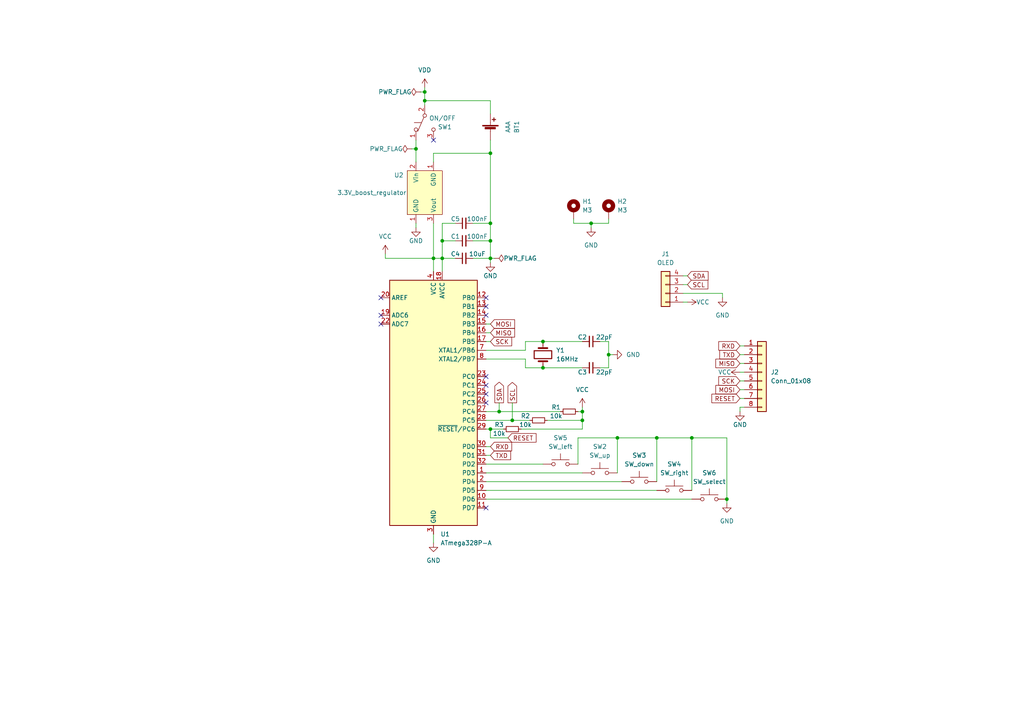
<source format=kicad_sch>
(kicad_sch (version 20211123) (generator eeschema)
  (paper "A4")
  (lib_symbols
    (symbol "Connector_Generic:Conn_01x04" (pin_names (offset 1.016) hide)
      (property "Reference" "J" (at 0 5.08 0))
      (property "Value" "Conn_01x04" (at 0 -7.62 0))
      (symbol "Conn_01x04_1_1"
        (rectangle (start -1.27 -4.953) (end 0 -5.207) (stroke (width 0.1524)))
        (rectangle (start -1.27 -2.413) (end 0 -2.667) (stroke (width 0.1524)))
        (rectangle (start -1.27 0.127) (end 0 -0.127) (stroke (width 0.1524)))
        (rectangle (start -1.27 2.667) (end 0 2.413) (stroke (width 0.1524)))
        (rectangle (start -1.27 3.81) (end 1.27 -6.35) (stroke (width 0.254)) (fill (type background)))
        (pin passive line (at -5.08 2.54 0) (length 3.81) (name "Pin_1") (number "1"))
        (pin passive line (at -5.08 0 0) (length 3.81) (name "Pin_2") (number "2"))
        (pin passive line (at -5.08 -2.54 0) (length 3.81) (name "Pin_3") (number "3"))
        (pin passive line (at -5.08 -5.08 0) (length 3.81) (name "Pin_4") (number "4"))
      )
    )
    (symbol "Connector_Generic:Conn_01x08" (pin_names (offset 1.016) hide)
      (property "Reference" "J" (at 0 10.16 0))
      (property "Value" "Conn_01x08" (at 0 -12.7 0))
      (symbol "Conn_01x08_1_1"
        (rectangle (start -1.27 -10.033) (end 0 -10.287) (stroke (width 0.1524)))
        (rectangle (start -1.27 -7.493) (end 0 -7.747) (stroke (width 0.1524)))
        (rectangle (start -1.27 -4.953) (end 0 -5.207) (stroke (width 0.1524)))
        (rectangle (start -1.27 -2.413) (end 0 -2.667) (stroke (width 0.1524)))
        (rectangle (start -1.27 0.127) (end 0 -0.127) (stroke (width 0.1524)))
        (rectangle (start -1.27 2.667) (end 0 2.413) (stroke (width 0.1524)))
        (rectangle (start -1.27 5.207) (end 0 4.953) (stroke (width 0.1524)))
        (rectangle (start -1.27 7.747) (end 0 7.493) (stroke (width 0.1524)))
        (rectangle (start -1.27 8.89) (end 1.27 -11.43) (stroke (width 0.254)) (fill (type background)))
        (pin passive line (at -5.08 7.62 0) (length 3.81) (name "Pin_1") (number "1"))
        (pin passive line (at -5.08 5.08 0) (length 3.81) (name "Pin_2") (number "2"))
        (pin passive line (at -5.08 2.54 0) (length 3.81) (name "Pin_3") (number "3"))
        (pin passive line (at -5.08 0 0) (length 3.81) (name "Pin_4") (number "4"))
        (pin passive line (at -5.08 -2.54 0) (length 3.81) (name "Pin_5") (number "5"))
        (pin passive line (at -5.08 -5.08 0) (length 3.81) (name "Pin_6") (number "6"))
        (pin passive line (at -5.08 -7.62 0) (length 3.81) (name "Pin_7") (number "7"))
        (pin passive line (at -5.08 -10.16 0) (length 3.81) (name "Pin_8") (number "8"))
      )
    )
    (symbol "Device:Battery_Cell" (pin_numbers hide) (pin_names (offset 0) hide)
      (property "Reference" "BT" (at 2.54 2.54 0))
      (property "Value" "Battery_Cell" (at 2.54 0 0))
      (symbol "Battery_Cell_0_1"
        (rectangle (start -2.286 1.778) (end 2.286 1.524) (fill (type outline)))
        (rectangle (start -1.5748 1.1938) (end 1.4732 0.6858) (fill (type outline)))
        (polyline (pts (xy 0 0.762) (xy 0 0)))
        (polyline (pts (xy 0 1.778) (xy 0 2.54)))
        (polyline (pts (xy 0.508 3.429) (xy 1.524 3.429)) (stroke (width 0.254)))
        (polyline (pts (xy 1.016 3.937) (xy 1.016 2.921)) (stroke (width 0.254)))
      )
      (symbol "Battery_Cell_1_1"
        (pin passive line (at 0 5.08 270) (length 2.54) (name "+") (number "1"))
        (pin passive line (at 0 -2.54 90) (length 2.54) (name "-") (number "2"))
      )
    )
    (symbol "Device:C_Small" (pin_numbers hide) (pin_names (offset 0.254) hide)
      (property "Reference" "C" (at 0.254 1.778 0))
      (property "Value" "C_Small" (at 0.254 -2.032 0))
      (symbol "C_Small_0_1"
        (polyline (pts (xy -1.524 -0.508) (xy 1.524 -0.508)) (stroke (width 0.3302)))
        (polyline (pts (xy -1.524 0.508) (xy 1.524 0.508)) (stroke (width 0.3048)))
      )
      (symbol "C_Small_1_1"
        (pin passive line (at 0 2.54 270) (length 2.032) (name "~") (number "1"))
        (pin passive line (at 0 -2.54 90) (length 2.032) (name "~") (number "2"))
      )
    )
    (symbol "Device:Crystal" (pin_numbers hide) (pin_names (offset 1.016) hide)
      (property "Reference" "Y" (at 0 3.81 0))
      (property "Value" "Crystal" (at 0 -3.81 0))
      (symbol "Crystal_0_1"
        (rectangle (start -1.143 2.54) (end 1.143 -2.54) (stroke (width 0.3048)))
        (polyline (pts (xy -2.54 0) (xy -1.905 0)))
        (polyline (pts (xy -1.905 -1.27) (xy -1.905 1.27)) (stroke (width 0.508)))
        (polyline (pts (xy 1.905 -1.27) (xy 1.905 1.27)) (stroke (width 0.508)))
        (polyline (pts (xy 2.54 0) (xy 1.905 0)))
      )
      (symbol "Crystal_1_1"
        (pin passive line (at -3.81 0 0) (length 1.27) (name "1") (number "1"))
        (pin passive line (at 3.81 0 180) (length 1.27) (name "2") (number "2"))
      )
    )
    (symbol "Device:R_Small" (pin_numbers hide) (pin_names (offset 0.254) hide)
      (property "Reference" "R" (at 0.762 0.508 0))
      (property "Value" "R_Small" (at 0.762 -1.016 0))
      (symbol "R_Small_0_1"
        (rectangle (start -0.762 1.778) (end 0.762 -1.778) (stroke (width 0.2032)))
      )
      (symbol "R_Small_1_1"
        (pin passive line (at 0 2.54 270) (length 0.762) (name "~") (number "1"))
        (pin passive line (at 0 -2.54 90) (length 0.762) (name "~") (number "2"))
      )
    )
    (symbol "GameBox:3.3V_boost_regulator"
      (property "Reference" "U" (at -5.08 10.16 0))
      (property "Value" "3.3V_boost_regulator" (at 0 7.62 0))
      (symbol "3.3V_boost_regulator_0_1"
        (rectangle (start -6.35 5.08) (end 6.35 -5.08) (fill (type background)))
      )
      (symbol "3.3V_boost_regulator_1_1"
        (pin power_in line (at -8.89 2.54 0) (length 2.54) (name "GND") (number "1"))
        (pin power_in line (at 8.89 -2.54 180) (length 2.54) (name "GND") (number "1"))
        (pin power_in line (at -8.89 -2.54 0) (length 2.54) (name "Vin") (number "2"))
        (pin power_out line (at 8.89 2.54 180) (length 2.54) (name "Vout") (number "3"))
      )
    )
    (symbol "MCU_Microchip_ATmega:ATmega328P-A"
      (property "Reference" "U" (at -12.7 36.83 0))
      (property "Value" "ATmega328P-A" (at 2.54 -36.83 0))
      (symbol "ATmega328P-A_0_1"
        (rectangle (start -12.7 -35.56) (end 12.7 35.56) (stroke (width 0.254)) (fill (type background)))
      )
      (symbol "ATmega328P-A_1_1"
        (pin bidirectional line (at 15.24 -20.32 180) (length 2.54) (name "PD3") (number "1"))
        (pin bidirectional line (at 15.24 -27.94 180) (length 2.54) (name "PD6") (number "10"))
        (pin bidirectional line (at 15.24 -30.48 180) (length 2.54) (name "PD7") (number "11"))
        (pin bidirectional line (at 15.24 30.48 180) (length 2.54) (name "PB0") (number "12"))
        (pin bidirectional line (at 15.24 27.94 180) (length 2.54) (name "PB1") (number "13"))
        (pin bidirectional line (at 15.24 25.4 180) (length 2.54) (name "PB2") (number "14"))
        (pin bidirectional line (at 15.24 22.86 180) (length 2.54) (name "PB3") (number "15"))
        (pin bidirectional line (at 15.24 20.32 180) (length 2.54) (name "PB4") (number "16"))
        (pin bidirectional line (at 15.24 17.78 180) (length 2.54) (name "PB5") (number "17"))
        (pin power_in line (at 2.54 38.1 270) (length 2.54) (name "AVCC") (number "18"))
        (pin input line (at -15.24 25.4 0) (length 2.54) (name "ADC6") (number "19"))
        (pin bidirectional line (at 15.24 -22.86 180) (length 2.54) (name "PD4") (number "2"))
        (pin passive line (at -15.24 30.48 0) (length 2.54) (name "AREF") (number "20"))
        (pin passive line (at 0 -38.1 90) (length 2.54) hide (name "GND") (number "21"))
        (pin input line (at -15.24 22.86 0) (length 2.54) (name "ADC7") (number "22"))
        (pin bidirectional line (at 15.24 7.62 180) (length 2.54) (name "PC0") (number "23"))
        (pin bidirectional line (at 15.24 5.08 180) (length 2.54) (name "PC1") (number "24"))
        (pin bidirectional line (at 15.24 2.54 180) (length 2.54) (name "PC2") (number "25"))
        (pin bidirectional line (at 15.24 0 180) (length 2.54) (name "PC3") (number "26"))
        (pin bidirectional line (at 15.24 -2.54 180) (length 2.54) (name "PC4") (number "27"))
        (pin bidirectional line (at 15.24 -5.08 180) (length 2.54) (name "PC5") (number "28"))
        (pin bidirectional line (at 15.24 -7.62 180) (length 2.54) (name "~{RESET}/PC6") (number "29"))
        (pin power_in line (at 0 -38.1 90) (length 2.54) (name "GND") (number "3"))
        (pin bidirectional line (at 15.24 -12.7 180) (length 2.54) (name "PD0") (number "30"))
        (pin bidirectional line (at 15.24 -15.24 180) (length 2.54) (name "PD1") (number "31"))
        (pin bidirectional line (at 15.24 -17.78 180) (length 2.54) (name "PD2") (number "32"))
        (pin power_in line (at 0 38.1 270) (length 2.54) (name "VCC") (number "4"))
        (pin passive line (at 0 -38.1 90) (length 2.54) hide (name "GND") (number "5"))
        (pin passive line (at 0 38.1 270) (length 2.54) hide (name "VCC") (number "6"))
        (pin bidirectional line (at 15.24 15.24 180) (length 2.54) (name "XTAL1/PB6") (number "7"))
        (pin bidirectional line (at 15.24 12.7 180) (length 2.54) (name "XTAL2/PB7") (number "8"))
        (pin bidirectional line (at 15.24 -25.4 180) (length 2.54) (name "PD5") (number "9"))
      )
    )
    (symbol "Mechanical:MountingHole_Pad" (pin_numbers hide) (pin_names (offset 1.016) hide)
      (property "Reference" "H" (at 0 6.35 0))
      (property "Value" "MountingHole_Pad" (at 0 4.445 0))
      (symbol "MountingHole_Pad_0_1"
        (circle (center 0 1.27) (radius 1.27) (stroke (width 1.27)))
      )
      (symbol "MountingHole_Pad_1_1"
        (pin input line (at 0 -2.54 90) (length 2.54) (name "1") (number "1"))
      )
    )
    (symbol "Switch:SW_Push" (pin_numbers hide) (pin_names (offset 1.016) hide)
      (property "Reference" "SW" (at 1.27 2.54 0))
      (property "Value" "SW_Push" (at 0 -1.524 0))
      (symbol "SW_Push_0_1"
        (circle (center -2.032 0) (radius 0.508))
        (polyline (pts (xy 0 1.27) (xy 0 3.048)))
        (polyline (pts (xy 2.54 1.27) (xy -2.54 1.27)))
        (circle (center 2.032 0) (radius 0.508))
        (pin passive line (at -5.08 0 0) (length 2.54) (name "1") (number "1"))
        (pin passive line (at 5.08 0 180) (length 2.54) (name "2") (number "2"))
      )
    )
    (symbol "Switch:SW_Push_SPDT" (pin_names (offset 0) hide)
      (property "Reference" "SW" (at 0 4.318 0))
      (property "Value" "SW_Push_SPDT" (at 0 -5.08 0))
      (symbol "SW_Push_SPDT_0_0"
        (circle (center -2.032 0) (radius 0.508))
        (polyline (pts (xy 0 1.016) (xy 0 3.048)))
        (circle (center 2.032 -2.54) (radius 0.508))
      )
      (symbol "SW_Push_SPDT_0_1"
        (polyline (pts (xy -1.524 0.254) (xy 2.54 2.032)))
        (circle (center 2.032 2.54) (radius 0.508))
      )
      (symbol "SW_Push_SPDT_1_1"
        (pin passive line (at 5.08 2.54 180) (length 2.54) (name "A") (number "1"))
        (pin passive line (at -5.08 0 0) (length 2.54) (name "B") (number "2"))
        (pin passive line (at 5.08 -2.54 180) (length 2.54) (name "C") (number "3"))
      )
    )
    (symbol "power:GND" (power) (pin_names (offset 0))
      (property "Value" "GND" (at 0 -3.81 0))
      (symbol "GND_0_1"
        (polyline (pts (xy 0 0) (xy 0 -1.27) (xy 1.27 -1.27) (xy 0 -2.54) (xy -1.27 -1.27) (xy 0 -1.27)))
      )
      (symbol "GND_1_1"
        (pin power_in line (at 0 0 270) (length 0) hide (name "GND") (number "1"))
      )
    )
    (symbol "power:PWR_FLAG" (power) (pin_numbers hide) (pin_names (offset 0) hide)
      (property "Value" "PWR_FLAG" (at 0 3.81 0))
      (symbol "PWR_FLAG_0_0"
        (pin power_out line (at 0 0 90) (length 0) (name "pwr") (number "1"))
      )
      (symbol "PWR_FLAG_0_1"
        (polyline (pts (xy 0 0) (xy 0 1.27) (xy -1.016 1.905) (xy 0 2.54) (xy 1.016 1.905) (xy 0 1.27)))
      )
    )
    (symbol "power:VCC" (power) (pin_names (offset 0))
      (property "Value" "VCC" (at 0 3.81 0))
      (symbol "VCC_0_1"
        (polyline (pts (xy -0.762 1.27) (xy 0 2.54)))
        (polyline (pts (xy 0 0) (xy 0 2.54)))
        (polyline (pts (xy 0 2.54) (xy 0.762 1.27)))
      )
      (symbol "VCC_1_1"
        (pin power_in line (at 0 0 90) (length 0) hide (name "VCC") (number "1"))
      )
    )
    (symbol "power:VDD" (power) (pin_names (offset 0))
      (property "Value" "VDD" (at 0 3.81 0))
      (symbol "VDD_0_1"
        (polyline (pts (xy -0.762 1.27) (xy 0 2.54)))
        (polyline (pts (xy 0 0) (xy 0 2.54)))
        (polyline (pts (xy 0 2.54) (xy 0.762 1.27)))
      )
      (symbol "VDD_1_1"
        (pin power_in line (at 0 0 90) (length 0) hide (name "VDD") (number "1"))
      )
    )
  )
  (junction (at 142.24 64.77))
  (junction (at 157.48 106.68))
  (junction (at 142.24 124.46))
  (junction (at 171.45 64.77))
  (junction (at 128.27 74.93))
  (junction (at 148.59 121.92))
  (junction (at 200.66 127))
  (junction (at 144.78 119.38))
  (junction (at 210.82 144.78))
  (junction (at 157.48 99.06))
  (junction (at 120.65 43.18))
  (junction (at 128.27 69.85))
  (junction (at 176.53 102.87))
  (junction (at 168.91 119.38))
  (junction (at 190.5 127))
  (junction (at 125.73 74.93))
  (junction (at 179.07 127))
  (junction (at 142.24 44.45))
  (junction (at 123.19 29.21))
  (junction (at 123.19 26.67))
  (junction (at 142.24 69.85))
  (junction (at 142.24 74.93))
  (junction (at 168.91 121.92))
  (no_connect (at 110.49 93.98))
  (no_connect (at 110.49 91.44))
  (no_connect (at 125.73 40.64))
  (no_connect (at 110.49 86.36))
  (no_connect (at 140.97 147.32))
  (no_connect (at 140.97 109.22))
  (no_connect (at 140.97 86.36))
  (no_connect (at 140.97 91.44))
  (no_connect (at 140.97 88.9))
  (no_connect (at 140.97 111.76))
  (no_connect (at 140.97 116.84))
  (no_connect (at 140.97 114.3))
  (wire (pts (xy 128.27 64.77) (xy 128.27 69.85)))
  (wire (pts (xy 123.19 26.67) (xy 123.19 29.21)))
  (wire (pts (xy 128.27 69.85) (xy 128.27 74.93)))
  (wire (pts (xy 176.53 102.87) (xy 177.8 102.87)))
  (wire (pts (xy 125.73 44.45) (xy 142.24 44.45)))
  (wire (pts (xy 214.63 115.57) (xy 215.9 115.57)))
  (wire (pts (xy 142.24 29.21) (xy 142.24 33.02)))
  (wire (pts (xy 176.53 63.5) (xy 176.53 64.77)))
  (wire (pts (xy 210.82 127) (xy 200.66 127)))
  (wire (pts (xy 120.65 40.64) (xy 120.65 43.18)))
  (wire (pts (xy 152.4 104.14) (xy 152.4 106.68)))
  (wire (pts (xy 151.13 124.46) (xy 168.91 124.46)))
  (wire (pts (xy 140.97 99.06) (xy 142.24 99.06)))
  (wire (pts (xy 200.66 127) (xy 200.66 142.24)))
  (wire (pts (xy 120.65 64.77) (xy 120.65 66.04)))
  (wire (pts (xy 111.76 73.66) (xy 111.76 74.93)))
  (wire (pts (xy 140.97 144.78) (xy 200.66 144.78)))
  (wire (pts (xy 214.63 113.03) (xy 215.9 113.03)))
  (wire (pts (xy 140.97 137.16) (xy 168.91 137.16)))
  (wire (pts (xy 198.12 87.63) (xy 199.39 87.63)))
  (wire (pts (xy 140.97 129.54) (xy 142.24 129.54)))
  (wire (pts (xy 125.73 44.45) (xy 125.73 46.99)))
  (wire (pts (xy 137.16 69.85) (xy 142.24 69.85)))
  (wire (pts (xy 140.97 96.52) (xy 142.24 96.52)))
  (wire (pts (xy 120.65 43.18) (xy 120.65 46.99)))
  (wire (pts (xy 168.91 119.38) (xy 168.91 121.92)))
  (wire (pts (xy 128.27 74.93) (xy 132.08 74.93)))
  (wire (pts (xy 210.82 144.78) (xy 210.82 127)))
  (wire (pts (xy 128.27 69.85) (xy 132.08 69.85)))
  (wire (pts (xy 125.73 74.93) (xy 125.73 78.74)))
  (wire (pts (xy 148.59 121.92) (xy 153.67 121.92)))
  (wire (pts (xy 125.73 64.77) (xy 125.73 74.93)))
  (wire (pts (xy 148.59 116.84) (xy 148.59 121.92)))
  (wire (pts (xy 137.16 64.77) (xy 142.24 64.77)))
  (wire (pts (xy 111.76 74.93) (xy 125.73 74.93)))
  (wire (pts (xy 142.24 127) (xy 147.32 127)))
  (wire (pts (xy 176.53 102.87) (xy 176.53 99.06)))
  (wire (pts (xy 167.64 127) (xy 179.07 127)))
  (wire (pts (xy 140.97 132.08) (xy 142.24 132.08)))
  (wire (pts (xy 179.07 127) (xy 179.07 137.16)))
  (wire (pts (xy 198.12 80.01) (xy 199.39 80.01)))
  (wire (pts (xy 123.19 29.21) (xy 142.24 29.21)))
  (wire (pts (xy 142.24 124.46) (xy 146.05 124.46)))
  (wire (pts (xy 140.97 93.98) (xy 142.24 93.98)))
  (wire (pts (xy 119.38 43.18) (xy 120.65 43.18)))
  (wire (pts (xy 158.75 121.92) (xy 168.91 121.92)))
  (wire (pts (xy 157.48 106.68) (xy 168.91 106.68)))
  (wire (pts (xy 210.82 144.78) (xy 210.82 146.05)))
  (wire (pts (xy 144.78 119.38) (xy 144.78 116.84)))
  (wire (pts (xy 198.12 85.09) (xy 209.55 85.09)))
  (wire (pts (xy 168.91 118.11) (xy 168.91 119.38)))
  (wire (pts (xy 209.55 85.09) (xy 209.55 86.36)))
  (wire (pts (xy 125.73 74.93) (xy 128.27 74.93)))
  (wire (pts (xy 123.19 29.21) (xy 123.19 30.48)))
  (wire (pts (xy 140.97 139.7) (xy 180.34 139.7)))
  (wire (pts (xy 190.5 127) (xy 200.66 127)))
  (wire (pts (xy 166.37 64.77) (xy 166.37 63.5)))
  (wire (pts (xy 176.53 99.06) (xy 173.99 99.06)))
  (wire (pts (xy 142.24 40.64) (xy 142.24 44.45)))
  (wire (pts (xy 140.97 119.38) (xy 144.78 119.38)))
  (wire (pts (xy 190.5 127) (xy 190.5 139.7)))
  (wire (pts (xy 144.78 119.38) (xy 162.56 119.38)))
  (wire (pts (xy 214.63 105.41) (xy 215.9 105.41)))
  (wire (pts (xy 167.64 134.62) (xy 167.64 127)))
  (wire (pts (xy 214.63 118.11) (xy 215.9 118.11)))
  (wire (pts (xy 140.97 124.46) (xy 142.24 124.46)))
  (wire (pts (xy 140.97 142.24) (xy 190.5 142.24)))
  (wire (pts (xy 152.4 99.06) (xy 157.48 99.06)))
  (wire (pts (xy 140.97 104.14) (xy 152.4 104.14)))
  (wire (pts (xy 176.53 106.68) (xy 176.53 102.87)))
  (wire (pts (xy 142.24 74.93) (xy 143.51 74.93)))
  (wire (pts (xy 171.45 64.77) (xy 166.37 64.77)))
  (wire (pts (xy 152.4 106.68) (xy 157.48 106.68)))
  (wire (pts (xy 176.53 64.77) (xy 171.45 64.77)))
  (wire (pts (xy 125.73 154.94) (xy 125.73 157.48)))
  (wire (pts (xy 168.91 121.92) (xy 168.91 124.46)))
  (wire (pts (xy 214.63 119.38) (xy 214.63 118.11)))
  (wire (pts (xy 128.27 74.93) (xy 128.27 78.74)))
  (wire (pts (xy 142.24 124.46) (xy 142.24 127)))
  (wire (pts (xy 140.97 134.62) (xy 157.48 134.62)))
  (wire (pts (xy 123.19 25.4) (xy 123.19 26.67)))
  (wire (pts (xy 142.24 64.77) (xy 142.24 69.85)))
  (wire (pts (xy 171.45 64.77) (xy 171.45 66.04)))
  (wire (pts (xy 198.12 82.55) (xy 199.39 82.55)))
  (wire (pts (xy 157.48 99.06) (xy 168.91 99.06)))
  (wire (pts (xy 142.24 44.45) (xy 142.24 64.77)))
  (wire (pts (xy 214.63 110.49) (xy 215.9 110.49)))
  (wire (pts (xy 128.27 64.77) (xy 132.08 64.77)))
  (wire (pts (xy 137.16 74.93) (xy 142.24 74.93)))
  (wire (pts (xy 142.24 69.85) (xy 142.24 74.93)))
  (wire (pts (xy 140.97 121.92) (xy 148.59 121.92)))
  (wire (pts (xy 214.63 107.95) (xy 215.9 107.95)))
  (wire (pts (xy 168.91 119.38) (xy 167.64 119.38)))
  (wire (pts (xy 152.4 101.6) (xy 152.4 99.06)))
  (wire (pts (xy 142.24 74.93) (xy 142.24 76.2)))
  (wire (pts (xy 140.97 101.6) (xy 152.4 101.6)))
  (wire (pts (xy 214.63 102.87) (xy 215.9 102.87)))
  (wire (pts (xy 179.07 127) (xy 190.5 127)))
  (wire (pts (xy 214.63 100.33) (xy 215.9 100.33)))
  (wire (pts (xy 121.92 26.67) (xy 123.19 26.67)))
  (wire (pts (xy 173.99 106.68) (xy 176.53 106.68)))
  (global_label "RESET" (shape input) (at 147.32 127 0) (property "Intersheet References" "${INTERSHEET_REFS}" (effects hide)))
  (global_label "RXD" (shape input) (at 214.63 100.33 180) (property "Intersheet References" "${INTERSHEET_REFS}" (effects hide)))
  (global_label "MISO" (shape input) (at 214.63 105.41 180) (property "Intersheet References" "${INTERSHEET_REFS}" (effects hide)))
  (global_label "SCK" (shape input) (at 214.63 110.49 180) (property "Intersheet References" "${INTERSHEET_REFS}" (effects hide)))
  (global_label "SCK" (shape input) (at 142.24 99.06 0) (property "Intersheet References" "${INTERSHEET_REFS}" (effects hide)))
  (global_label "MISO" (shape input) (at 142.24 96.52 0) (property "Intersheet References" "${INTERSHEET_REFS}" (effects hide)))
  (global_label "SDA" (shape output) (at 144.78 116.84 90) (property "Intersheet References" "${INTERSHEET_REFS}" (effects hide)))
  (global_label "TXD" (shape input) (at 214.63 102.87 180) (property "Intersheet References" "${INTERSHEET_REFS}" (effects hide)))
  (global_label "TXD" (shape input) (at 142.24 132.08 0) (property "Intersheet References" "${INTERSHEET_REFS}" (effects hide)))
  (global_label "SCL" (shape input) (at 199.39 82.55 0) (property "Intersheet References" "${INTERSHEET_REFS}" (effects hide)))
  (global_label "RESET" (shape input) (at 214.63 115.57 180) (property "Intersheet References" "${INTERSHEET_REFS}" (effects hide)))
  (global_label "SCL" (shape output) (at 148.59 116.84 90) (property "Intersheet References" "${INTERSHEET_REFS}" (effects hide)))
  (global_label "RXD" (shape input) (at 142.24 129.54 0) (property "Intersheet References" "${INTERSHEET_REFS}" (effects hide)))
  (global_label "MOSI" (shape input) (at 142.24 93.98 0) (property "Intersheet References" "${INTERSHEET_REFS}" (effects hide)))
  (global_label "MOSI" (shape input) (at 214.63 113.03 180) (property "Intersheet References" "${INTERSHEET_REFS}" (effects hide)))
  (global_label "SDA" (shape input) (at 199.39 80.01 0) (property "Intersheet References" "${INTERSHEET_REFS}" (effects hide)))
  (symbol (lib_id "power:VCC") (at 199.39 87.63 270) (unit 1)
    (property "Reference" "#PWR06" (effects hide))
    (property "Value" "VCC" (at 201.93 87.63 90) (effects (justify left)))
  )
  (symbol (lib_id "power:VCC") (at 111.76 73.66 0) (unit 1)
    (property "Reference" "#PWR04" (effects hide))
    (property "Value" "VCC" (at 111.76 68.58 0))
  )
  (symbol (lib_id "Switch:SW_Push_SPDT") (at 123.19 35.56 90) (mirror x) (unit 1)
    (property "Reference" "SW1" (at 127 36.8301 90) (effects (justify right)))
    (property "Value" "ON/OFF" (at 124.46 34.29 90) (effects (justify right)))
    (property "Footprint" "GameBox:SS12D10" (effects hide))
  )
  (symbol (lib_id "GameBox:3.3V_boost_regulator") (at 123.19 55.88 270) (unit 1)
    (property "Reference" "U2" (at 114.3 50.8 90) (effects (justify left)))
    (property "Value" "3.3V_boost_regulator" (at 97.79 55.88 90) (effects (justify left)))
    (property "Footprint" "GameBox:3.3V_boost_regulator_castellated" (effects hide))
  )
  (symbol (lib_id "Switch:SW_Push") (at 185.42 139.7 0) (unit 1)
    (property "Reference" "SW3" (at 185.42 132.08 0))
    (property "Value" "SW_down" (at 185.42 134.62 0))
    (property "Footprint" "Button_Switch_THT:SW_PUSH_6mm_H9.5mm" (effects hide))
  )
  (symbol (lib_id "Device:C_Small") (at 134.62 69.85 90) (unit 1)
    (property "Reference" "C1" (at 132.08 68.58 90))
    (property "Value" "100nF" (at 138.43 68.58 90))
    (property "Footprint" "Capacitor_SMD:C_0805_2012Metric_Pad1.18x1.45mm_HandSolder" (effects hide))
  )
  (symbol (lib_id "Device:R_Small") (at 156.21 121.92 270) (unit 1)
    (property "Reference" "R2" (at 152.4 120.65 90))
    (property "Value" "10k" (at 152.4 123.19 90))
    (property "Footprint" "Resistor_SMD:R_0805_2012Metric_Pad1.20x1.40mm_HandSolder" (effects hide))
  )
  (symbol (lib_id "power:VCC") (at 214.63 107.95 90) (unit 1)
    (property "Reference" "#PWR09" (effects hide))
    (property "Value" "VCC" (at 208.28 107.95 90) (effects (justify right)))
  )
  (symbol (lib_id "Device:C_Small") (at 134.62 64.77 90) (unit 1)
    (property "Reference" "C5" (at 132.08 63.5 90))
    (property "Value" "100nF" (at 138.43 63.5 90))
    (property "Footprint" "Capacitor_SMD:C_0805_2012Metric_Pad1.18x1.45mm_HandSolder" (effects hide))
  )
  (symbol (lib_id "Device:R_Small") (at 148.59 124.46 270) (unit 1)
    (property "Reference" "R3" (at 144.78 123.19 90))
    (property "Value" "10k" (at 144.78 125.73 90))
    (property "Footprint" "Resistor_SMD:R_0805_2012Metric_Pad1.20x1.40mm_HandSolder" (effects hide))
  )
  (symbol (lib_id "MCU_Microchip_ATmega:ATmega328P-A") (at 125.73 116.84 0) (unit 1)
    (property "Reference" "U1" (at 127.7494 154.94 0) (effects (justify left)))
    (property "Value" "ATmega328P-A" (at 127.7494 157.48 0) (effects (justify left)))
    (property "Footprint" "Package_QFP:TQFP-32_7x7mm_P0.8mm" (effects hide))
    (property "Datasheet" "http://ww1.microchip.com/downloads/en/DeviceDoc/ATmega328_P%20AVR%20MCU%20with%20picoPower%20Technology%20Data%20Sheet%2040001984A.pdf" (effects hide))
  )
  (symbol (lib_id "Device:R_Small") (at 165.1 119.38 270) (unit 1)
    (property "Reference" "R1" (at 161.29 118.11 90))
    (property "Value" "10k" (at 161.29 120.65 90))
    (property "Footprint" "Resistor_SMD:R_0805_2012Metric_Pad1.20x1.40mm_HandSolder" (effects hide))
  )
  (symbol (lib_id "power:GND") (at 210.82 146.05 0) (unit 1)
    (property "Reference" "#PWR012" (effects hide))
    (property "Value" "GND" (at 210.82 151.13 0))
  )
  (symbol (lib_id "Switch:SW_Push") (at 195.58 142.24 0) (unit 1)
    (property "Reference" "SW4" (at 195.58 134.62 0))
    (property "Value" "SW_right" (at 195.58 137.16 0))
    (property "Footprint" "Button_Switch_THT:SW_PUSH_6mm_H9.5mm" (effects hide))
  )
  (symbol (lib_id "power:GND") (at 171.45 66.04 0) (unit 1)
    (property "Reference" "#PWR03" (effects hide))
    (property "Value" "GND" (at 171.45 71.12 0))
  )
  (symbol (lib_id "power:GND") (at 125.73 157.48 0) (unit 1)
    (property "Reference" "#PWR013" (effects hide))
    (property "Value" "GND" (at 125.73 162.56 0))
  )
  (symbol (lib_id "power:VCC") (at 168.91 118.11 0) (unit 1)
    (property "Reference" "#PWR010" (effects hide))
    (property "Value" "VCC" (at 168.91 113.03 0))
  )
  (symbol (lib_id "power:PWR_FLAG") (at 143.51 74.93 270) (unit 1)
    (property "Reference" "#FLG02" (effects hide))
    (property "Value" "PWR_FLAG" (at 146.05 74.93 90) (effects (justify left)))
  )
  (symbol (lib_id "Device:C_Small") (at 171.45 99.06 270) (unit 1)
    (property "Reference" "C2" (at 168.91 97.79 90))
    (property "Value" "22pF" (at 175.26 97.79 90))
    (property "Footprint" "Capacitor_SMD:C_0805_2012Metric_Pad1.18x1.45mm_HandSolder" (effects hide))
  )
  (symbol (lib_id "Connector_Generic:Conn_01x08") (at 220.98 107.95 0) (unit 1)
    (property "Reference" "J2" (at 223.52 107.9499 0) (effects (justify left)))
    (property "Value" "Conn_01x08" (at 223.52 110.4899 0) (effects (justify left)))
    (property "Footprint" "Connector_PinHeader_2.54mm:PinHeader_2x04_P2.54mm_Vertical" (effects hide))
  )
  (symbol (lib_id "power:GND") (at 214.63 119.38 0) (unit 1)
    (property "Reference" "#PWR011" (effects hide))
    (property "Value" "GND" (at 214.63 123.19 0))
  )
  (symbol (lib_id "Switch:SW_Push") (at 205.74 144.78 0) (unit 1)
    (property "Reference" "SW6" (at 205.74 137.16 0))
    (property "Value" "SW_select" (at 205.74 139.7 0))
    (property "Footprint" "Button_Switch_THT:SW_PUSH_6mm_H9.5mm" (effects hide))
  )
  (symbol (lib_id "Switch:SW_Push") (at 162.56 134.62 0) (unit 1)
    (property "Reference" "SW5" (at 162.56 127 0))
    (property "Value" "SW_left" (at 162.56 129.54 0))
    (property "Footprint" "Button_Switch_THT:SW_PUSH_6mm_H9.5mm" (effects hide))
  )
  (symbol (lib_id "power:GND") (at 142.24 76.2 0) (unit 1)
    (property "Reference" "#PWR05" (effects hide))
    (property "Value" "GND" (at 142.24 80.01 0))
  )
  (symbol (lib_id "power:PWR_FLAG") (at 121.92 26.67 90) (unit 1)
    (property "Reference" "#FLG01" (effects hide))
    (property "Value" "PWR_FLAG" (at 119.38 26.67 90) (effects (justify left)))
  )
  (symbol (lib_id "Device:Crystal") (at 157.48 102.87 90) (unit 1)
    (property "Reference" "Y1" (at 161.29 101.6 90) (effects (justify right)))
    (property "Value" "16MHz" (at 161.29 104.14 90) (effects (justify right)))
    (property "Footprint" "Crystal:Crystal_HC49-4H_Vertical" (effects hide))
  )
  (symbol (lib_id "power:GND") (at 209.55 86.36 0) (unit 1)
    (property "Reference" "#PWR07" (effects hide))
    (property "Value" "GND" (at 209.55 91.44 0))
  )
  (symbol (lib_id "power:VDD") (at 123.19 25.4 0) (unit 1)
    (property "Reference" "#PWR01" (effects hide))
    (property "Value" "VDD" (at 123.19 20.32 0))
  )
  (symbol (lib_id "Device:C_Small") (at 171.45 106.68 270) (unit 1)
    (property "Reference" "C3" (at 168.91 107.95 90))
    (property "Value" "22pF" (at 175.26 107.95 90))
    (property "Footprint" "Capacitor_SMD:C_0805_2012Metric_Pad1.18x1.45mm_HandSolder" (effects hide))
  )
  (symbol (lib_id "Mechanical:MountingHole_Pad") (at 176.53 60.96 0) (unit 1)
    (property "Reference" "H2" (at 179.07 58.4199 0) (effects (justify left)))
    (property "Value" "M3" (at 179.07 60.9599 0) (effects (justify left)))
    (property "Footprint" "MountingHole:MountingHole_3.2mm_M3_Pad_Via" (effects hide))
  )
  (symbol (lib_id "power:PWR_FLAG") (at 119.38 43.18 90) (unit 1)
    (property "Reference" "#FLG0101" (effects hide))
    (property "Value" "PWR_FLAG" (at 116.84 43.18 90) (effects (justify left)))
  )
  (symbol (lib_id "Device:Battery_Cell") (at 142.24 38.1 0) (unit 1)
    (property "Reference" "BT1" (at 149.86 36.83 90))
    (property "Value" "AAA" (at 147.32 36.83 90))
    (property "Footprint" "GameBox:BK-82_AAA_battery_holder" (effects hide))
  )
  (symbol (lib_id "power:GND") (at 177.8 102.87 90) (unit 1)
    (property "Reference" "#PWR08" (effects hide))
    (property "Value" "GND" (at 181.61 102.8699 90) (effects (justify right)))
  )
  (symbol (lib_id "Mechanical:MountingHole_Pad") (at 166.37 60.96 0) (unit 1)
    (property "Reference" "H1" (at 168.91 58.4199 0) (effects (justify left)))
    (property "Value" "M3" (at 168.91 60.9599 0) (effects (justify left)))
    (property "Footprint" "MountingHole:MountingHole_3.2mm_M3_Pad_Via" (effects hide))
  )
  (symbol (lib_id "Connector_Generic:Conn_01x04") (at 193.04 85.09 180) (unit 1)
    (property "Reference" "J1" (at 193.04 73.66 0))
    (property "Value" "OLED" (at 193.04 76.2 0))
    (property "Footprint" "GameBox:1.3_inch_OLED_IIC" (effects hide))
  )
  (symbol (lib_id "Device:C_Small") (at 134.62 74.93 90) (unit 1)
    (property "Reference" "C4" (at 132.08 73.66 90))
    (property "Value" "10uF" (at 138.43 73.66 90))
    (property "Footprint" "Capacitor_SMD:C_0805_2012Metric_Pad1.18x1.45mm_HandSolder" (effects hide))
  )
  (symbol (lib_id "Switch:SW_Push") (at 173.99 137.16 0) (unit 1)
    (property "Reference" "SW2" (at 173.99 129.54 0))
    (property "Value" "SW_up" (at 173.99 132.08 0))
    (property "Footprint" "Button_Switch_THT:SW_PUSH_6mm_H9.5mm" (effects hide))
  )
  (symbol (lib_id "power:GND") (at 120.65 66.04 0) (unit 1)
    (property "Reference" "#PWR02" (effects hide))
    (property "Value" "GND" (at 120.65 69.85 0))
  )
)
</source>
